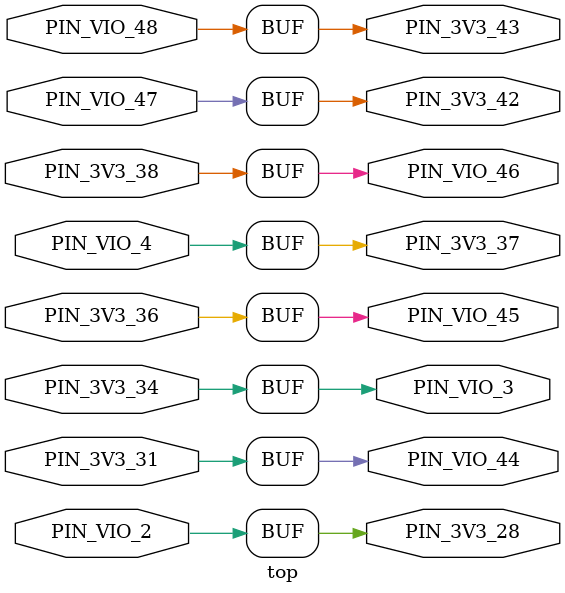
<source format=sv>

module top (
  input  PIN_3V3_31,
  output PIN_VIO_44,

  output PIN_3V3_37,
  input  PIN_VIO_4,

  input  PIN_3V3_34,
  output PIN_VIO_3,

  output PIN_3V3_43,
  input  PIN_VIO_48,

  input  PIN_3V3_36,
  output PIN_VIO_45,

  output PIN_3V3_42,
  input  PIN_VIO_47,

  input  PIN_3V3_38,
  output PIN_VIO_46,

  output PIN_3V3_28,
  input  PIN_VIO_2,
);

  /* UART 0 */
  assign PIN_VIO_44 = PIN_3V3_31;
  assign PIN_3V3_37 = PIN_VIO_4;

  /* UART 1 */
  assign PIN_VIO_3  = PIN_3V3_34;
  assign PIN_3V3_43 = PIN_VIO_48;

  /* UART 2 */
  assign PIN_VIO_45 = PIN_3V3_36;
  assign PIN_3V3_42 = PIN_VIO_47;

  /* UART 3 */
  assign PIN_VIO_46 = PIN_3V3_38;
  assign PIN_3V3_28 = PIN_VIO_2;

endmodule

</source>
